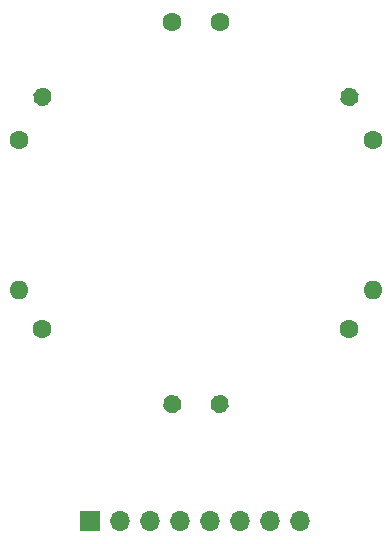
<source format=gbr>
%TF.GenerationSoftware,KiCad,Pcbnew,(5.1.8)-1*%
%TF.CreationDate,2021-03-10T15:31:21+00:00*%
%TF.ProjectId,Project_2_smaller,50726f6a-6563-4745-9f32-5f736d616c6c,rev?*%
%TF.SameCoordinates,Original*%
%TF.FileFunction,Soldermask,Bot*%
%TF.FilePolarity,Negative*%
%FSLAX46Y46*%
G04 Gerber Fmt 4.6, Leading zero omitted, Abs format (unit mm)*
G04 Created by KiCad (PCBNEW (5.1.8)-1) date 2021-03-10 15:31:21*
%MOMM*%
%LPD*%
G01*
G04 APERTURE LIST*
%ADD10R,1.700000X1.700000*%
%ADD11O,1.700000X1.700000*%
%ADD12O,1.600000X1.600000*%
%ADD13C,1.600000*%
G04 APERTURE END LIST*
D10*
%TO.C,J14*%
X131000000Y-81950000D03*
D11*
X133540000Y-81950000D03*
X136080000Y-81950000D03*
X138620000Y-81950000D03*
X141160000Y-81950000D03*
X143700000Y-81950000D03*
X146240000Y-81950000D03*
X148780000Y-81950000D03*
%TD*%
D12*
%TO.C,R18*%
X125000000Y-62400000D03*
D13*
X125000000Y-49700000D03*
%TD*%
%TO.C,R19*%
X127000000Y-65700000D03*
G36*
G01*
X137305703Y-71650000D02*
X137305703Y-71650000D01*
G75*
G02*
X138398523Y-71357180I692820J-400000D01*
G01*
X138398523Y-71357180D01*
G75*
G02*
X138691343Y-72450000I-400000J-692820D01*
G01*
X138691343Y-72450000D01*
G75*
G02*
X137598523Y-72742820I-692820J400000D01*
G01*
X137598523Y-72742820D01*
G75*
G02*
X137305703Y-71650000I400000J692820D01*
G01*
G37*
%TD*%
%TO.C,R20*%
X153000000Y-65700000D03*
G36*
G01*
X142694297Y-71650000D02*
X142694297Y-71650000D01*
G75*
G02*
X142401477Y-72742820I-692820J-400000D01*
G01*
X142401477Y-72742820D01*
G75*
G02*
X141308657Y-72450000I-400000J692820D01*
G01*
X141308657Y-72450000D01*
G75*
G02*
X141601477Y-71357180I692820J400000D01*
G01*
X141601477Y-71357180D01*
G75*
G02*
X142694297Y-71650000I400000J-692820D01*
G01*
G37*
%TD*%
D12*
%TO.C,R21*%
X155000000Y-62400000D03*
D13*
X155000000Y-49700000D03*
%TD*%
%TO.C,R22*%
X142000000Y-39700000D03*
G36*
G01*
X152305703Y-45650000D02*
X152305703Y-45650000D01*
G75*
G02*
X153398523Y-45357180I692820J-400000D01*
G01*
X153398523Y-45357180D01*
G75*
G02*
X153691343Y-46450000I-400000J-692820D01*
G01*
X153691343Y-46450000D01*
G75*
G02*
X152598523Y-46742820I-692820J400000D01*
G01*
X152598523Y-46742820D01*
G75*
G02*
X152305703Y-45650000I400000J692820D01*
G01*
G37*
%TD*%
%TO.C,R23*%
G36*
G01*
X127694297Y-45650000D02*
X127694297Y-45650000D01*
G75*
G02*
X127401477Y-46742820I-692820J-400000D01*
G01*
X127401477Y-46742820D01*
G75*
G02*
X126308657Y-46450000I-400000J692820D01*
G01*
X126308657Y-46450000D01*
G75*
G02*
X126601477Y-45357180I692820J400000D01*
G01*
X126601477Y-45357180D01*
G75*
G02*
X127694297Y-45650000I400000J-692820D01*
G01*
G37*
X138000000Y-39700000D03*
%TD*%
M02*

</source>
